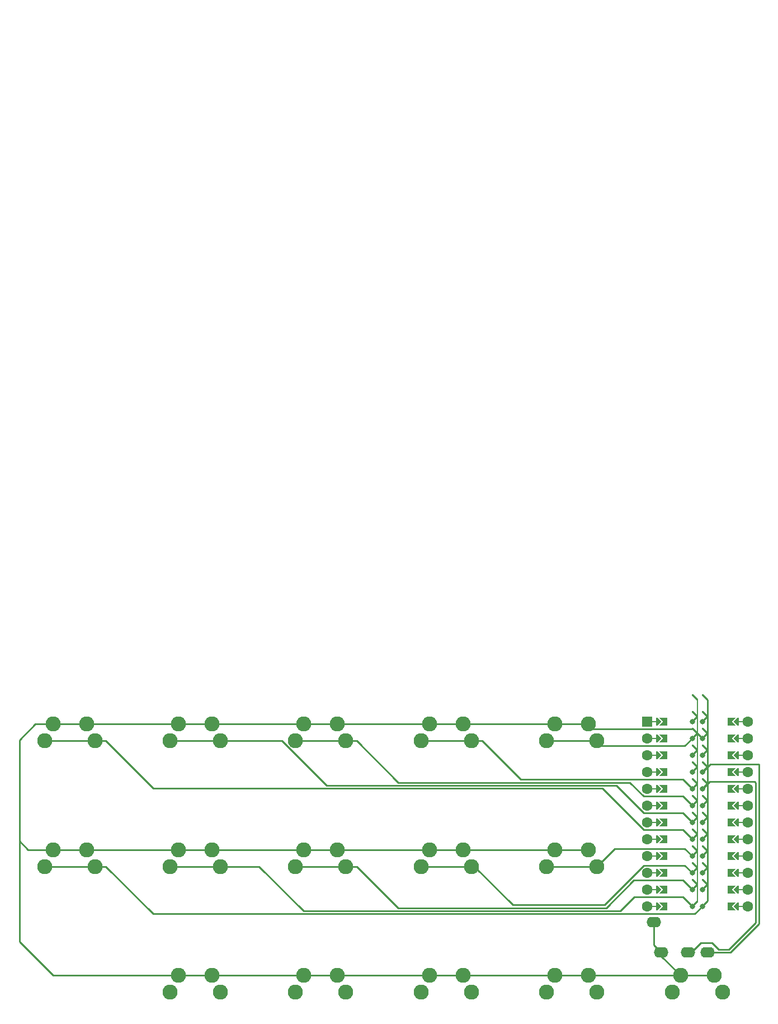
<source format=gbr>
%TF.GenerationSoftware,KiCad,Pcbnew,(6.0.4)*%
%TF.CreationDate,2022-10-08T16:53:47+11:00*%
%TF.ProjectId,bevel,62657665-6c2e-46b6-9963-61645f706362,v1.0.0*%
%TF.SameCoordinates,Original*%
%TF.FileFunction,Copper,L1,Top*%
%TF.FilePolarity,Positive*%
%FSLAX46Y46*%
G04 Gerber Fmt 4.6, Leading zero omitted, Abs format (unit mm)*
G04 Created by KiCad (PCBNEW (6.0.4)) date 2022-10-08 16:53:47*
%MOMM*%
%LPD*%
G01*
G04 APERTURE LIST*
G04 Aperture macros list*
%AMFreePoly0*
4,1,5,0.125000,-0.500000,-0.125000,-0.500000,-0.125000,0.500000,0.125000,0.500000,0.125000,-0.500000,0.125000,-0.500000,$1*%
%AMFreePoly1*
4,1,6,0.600000,0.200000,0.000000,-0.400000,-0.600000,0.200000,-0.600000,0.400000,0.600000,0.400000,0.600000,0.200000,0.600000,0.200000,$1*%
%AMFreePoly2*
4,1,49,0.088388,4.152388,0.854389,3.386388,0.867708,3.368551,0.871189,3.365530,0.871982,3.362827,0.875852,3.357644,0.882333,3.327543,0.891000,3.298000,0.891000,0.766000,0.887805,0.743969,0.888131,0.739371,0.886780,0.736898,0.885852,0.730498,0.869154,0.704638,0.854389,0.677612,0.088388,-0.088388,0.064607,-0.106146,0.062500,-0.108253,0.061385,-0.108552,0.059644,-0.109852,
0.043810,-0.113261,0.000000,-0.125000,-0.004774,-0.123721,-0.009154,-0.124664,-0.028953,-0.117242,-0.062500,-0.108253,-0.068237,-0.102516,-0.075052,-0.099961,-0.087614,-0.083139,-0.108253,-0.062500,-0.111178,-0.051584,-0.117161,-0.043572,-0.118539,-0.024114,-0.125000,0.000000,-0.121239,0.014035,-0.122131,0.026629,-0.113759,0.041953,-0.108253,0.062500,-0.095642,0.075111,-0.088388,0.088388,
0.641000,0.817777,0.641000,3.246223,-0.088388,3.975612,-0.109852,4.004356,-0.124664,4.073154,-0.099961,4.139052,-0.043572,4.181161,0.026629,4.186131,0.088388,4.152388,0.088388,4.152388,$1*%
%AMFreePoly3*
4,1,6,0.600000,-0.250000,-0.600000,-0.250000,-0.600000,1.000000,0.000000,0.400000,0.600000,1.000000,0.600000,-0.250000,0.600000,-0.250000,$1*%
%AMFreePoly4*
4,1,49,0.088388,4.152388,0.850389,3.390388,0.863708,3.372551,0.867189,3.369530,0.867982,3.366827,0.871852,3.361644,0.878333,3.331543,0.887000,3.302000,0.887000,0.762000,0.883805,0.739969,0.884131,0.735371,0.882780,0.732898,0.881852,0.726498,0.865154,0.700638,0.850389,0.673612,0.088388,-0.088388,0.064607,-0.106146,0.062500,-0.108253,0.061385,-0.108552,0.059644,-0.109852,
0.043810,-0.113261,0.000000,-0.125000,-0.004774,-0.123721,-0.009154,-0.124664,-0.028953,-0.117242,-0.062500,-0.108253,-0.068237,-0.102516,-0.075052,-0.099961,-0.087614,-0.083139,-0.108253,-0.062500,-0.111178,-0.051584,-0.117161,-0.043572,-0.118539,-0.024114,-0.125000,0.000000,-0.121239,0.014035,-0.122131,0.026629,-0.113759,0.041953,-0.108253,0.062500,-0.095642,0.075111,-0.088388,0.088388,
0.637000,0.813777,0.637000,3.250223,-0.088388,3.975612,-0.109852,4.004356,-0.124664,4.073154,-0.099961,4.139052,-0.043572,4.181161,0.026629,4.186131,0.088388,4.152388,0.088388,4.152388,$1*%
G04 Aperture macros list end*
%TA.AperFunction,ComponentPad*%
%ADD10C,1.600000*%
%TD*%
%TA.AperFunction,SMDPad,CuDef*%
%ADD11FreePoly0,90.000000*%
%TD*%
%TA.AperFunction,SMDPad,CuDef*%
%ADD12FreePoly0,270.000000*%
%TD*%
%TA.AperFunction,SMDPad,CuDef*%
%ADD13FreePoly1,270.000000*%
%TD*%
%TA.AperFunction,SMDPad,CuDef*%
%ADD14FreePoly1,90.000000*%
%TD*%
%TA.AperFunction,ComponentPad*%
%ADD15R,1.600000X1.600000*%
%TD*%
%TA.AperFunction,SMDPad,CuDef*%
%ADD16FreePoly2,270.000000*%
%TD*%
%TA.AperFunction,SMDPad,CuDef*%
%ADD17FreePoly3,270.000000*%
%TD*%
%TA.AperFunction,ComponentPad*%
%ADD18C,0.800000*%
%TD*%
%TA.AperFunction,SMDPad,CuDef*%
%ADD19FreePoly3,90.000000*%
%TD*%
%TA.AperFunction,SMDPad,CuDef*%
%ADD20FreePoly4,90.000000*%
%TD*%
%TA.AperFunction,ComponentPad*%
%ADD21C,2.286000*%
%TD*%
%TA.AperFunction,ComponentPad*%
%ADD22O,2.200000X1.600000*%
%TD*%
%TA.AperFunction,Conductor*%
%ADD23C,0.250000*%
%TD*%
G04 APERTURE END LIST*
D10*
%TO.P,MCU1,*%
%TO.N,*%
X108880000Y-26240000D03*
X108880000Y-38940000D03*
X108880000Y-16080000D03*
D11*
X110150000Y-33860000D03*
D10*
X124120000Y-16080000D03*
D12*
X122850000Y-16080000D03*
X122850000Y-23700000D03*
D11*
X110150000Y-28780000D03*
D13*
X122342000Y-28780000D03*
D10*
X108880000Y-41480000D03*
X108880000Y-18620000D03*
D13*
X122342000Y-36400000D03*
D12*
X122850000Y-21160000D03*
D10*
X124120000Y-33860000D03*
D14*
X110658000Y-18620000D03*
D10*
X108880000Y-21160000D03*
D11*
X110150000Y-26240000D03*
X110150000Y-16080000D03*
D14*
X110658000Y-38940000D03*
D10*
X108880000Y-44020000D03*
D13*
X122342000Y-41480000D03*
X122342000Y-44020000D03*
X122342000Y-38940000D03*
D10*
X108880000Y-31320000D03*
X124120000Y-31320000D03*
D12*
X122850000Y-31320000D03*
D14*
X110658000Y-21160000D03*
X110658000Y-23700000D03*
D11*
X110150000Y-18620000D03*
D10*
X108880000Y-23700000D03*
D11*
X110150000Y-21160000D03*
X110150000Y-41480000D03*
D14*
X110658000Y-36400000D03*
X110658000Y-44020000D03*
D12*
X122850000Y-44020000D03*
D14*
X110658000Y-28780000D03*
X110658000Y-41480000D03*
D12*
X122850000Y-26240000D03*
D10*
X124120000Y-44020000D03*
D11*
X110150000Y-36400000D03*
X110150000Y-38940000D03*
D14*
X110658000Y-31320000D03*
D10*
X124120000Y-38940000D03*
X124120000Y-28780000D03*
D13*
X122342000Y-31320000D03*
X122342000Y-23700000D03*
D11*
X110150000Y-23700000D03*
D12*
X122850000Y-18620000D03*
D10*
X124120000Y-18620000D03*
D12*
X122850000Y-36400000D03*
D13*
X122342000Y-33860000D03*
D10*
X108880000Y-33860000D03*
D12*
X122850000Y-33860000D03*
D13*
X122342000Y-16080000D03*
D10*
X124120000Y-36400000D03*
D14*
X110658000Y-26240000D03*
D15*
X108880000Y-16080000D03*
D13*
X122342000Y-26240000D03*
D14*
X110658000Y-16080000D03*
D12*
X122850000Y-28780000D03*
D10*
X108880000Y-28780000D03*
D14*
X110658000Y-33860000D03*
D11*
X110150000Y-31320000D03*
D10*
X124120000Y-23700000D03*
X124120000Y-21160000D03*
D13*
X122342000Y-18620000D03*
D10*
X108880000Y-36400000D03*
X124120000Y-41480000D03*
X124120000Y-26240000D03*
D13*
X122342000Y-21160000D03*
D11*
X110150000Y-44020000D03*
D12*
X122850000Y-38940000D03*
X122850000Y-41480000D03*
D16*
%TO.P,MCU1,1*%
%TO.N,RAW*%
X117262000Y-16080000D03*
D17*
X121326000Y-16080000D03*
D18*
X117262000Y-16080000D03*
D17*
%TO.P,MCU1,2*%
%TO.N,GND*%
X121326000Y-18620000D03*
D18*
X117262000Y-18620000D03*
D16*
X117262000Y-18620000D03*
D17*
%TO.P,MCU1,3*%
%TO.N,RST*%
X121326000Y-21160000D03*
D16*
X117262000Y-21160000D03*
D18*
X117262000Y-21160000D03*
%TO.P,MCU1,4*%
%TO.N,VCC*%
X117262000Y-23700000D03*
D16*
X117262000Y-23700000D03*
D17*
X121326000Y-23700000D03*
%TO.P,MCU1,5*%
%TO.N,P21*%
X121326000Y-26240000D03*
D16*
X117262000Y-26240000D03*
D18*
X117262000Y-26240000D03*
D17*
%TO.P,MCU1,6*%
%TO.N,P20*%
X121326000Y-28780000D03*
D16*
X117262000Y-28780000D03*
D18*
X117262000Y-28780000D03*
D16*
%TO.P,MCU1,7*%
%TO.N,matrix_inner_bottom*%
X117262000Y-31320000D03*
D18*
X117262000Y-31320000D03*
D17*
X121326000Y-31320000D03*
%TO.P,MCU1,8*%
%TO.N,matrix_pinky_bottom*%
X121326000Y-33860000D03*
D16*
X117262000Y-33860000D03*
D18*
X117262000Y-33860000D03*
D17*
%TO.P,MCU1,9*%
%TO.N,matrix_ring_bottom*%
X121326000Y-36400000D03*
D18*
X117262000Y-36400000D03*
D16*
X117262000Y-36400000D03*
%TO.P,MCU1,10*%
%TO.N,matrix_middle_bottom*%
X117262000Y-38940000D03*
D18*
X117262000Y-38940000D03*
D17*
X121326000Y-38940000D03*
D16*
%TO.P,MCU1,11*%
%TO.N,matrix_pointer_bottom*%
X117262000Y-41480000D03*
D17*
X121326000Y-41480000D03*
D18*
X117262000Y-41480000D03*
D16*
%TO.P,MCU1,12*%
%TO.N,matrix_pinky_home*%
X117262000Y-44020000D03*
D18*
X117262000Y-44020000D03*
D17*
X121326000Y-44020000D03*
D19*
%TO.P,MCU1,13*%
%TO.N,matrix_ring_home*%
X111674000Y-44020000D03*
D20*
X115738000Y-44020000D03*
D18*
X115738000Y-44020000D03*
D19*
%TO.P,MCU1,14*%
%TO.N,matrix_middle_home*%
X111674000Y-41480000D03*
D20*
X115738000Y-41480000D03*
D18*
X115738000Y-41480000D03*
D19*
%TO.P,MCU1,15*%
%TO.N,matrix_pointer_home*%
X111674000Y-38940000D03*
D18*
X115738000Y-38940000D03*
D20*
X115738000Y-38940000D03*
D19*
%TO.P,MCU1,16*%
%TO.N,matrix_inner_home*%
X111674000Y-36400000D03*
D18*
X115738000Y-36400000D03*
D20*
X115738000Y-36400000D03*
%TO.P,MCU1,17*%
%TO.N,matrix_pinky_top*%
X115738000Y-33860000D03*
D19*
X111674000Y-33860000D03*
D18*
X115738000Y-33860000D03*
D20*
%TO.P,MCU1,18*%
%TO.N,matrix_ring_top*%
X115738000Y-31320000D03*
D18*
X115738000Y-31320000D03*
D19*
X111674000Y-31320000D03*
D18*
%TO.P,MCU1,19*%
%TO.N,matrix_middle_top*%
X115738000Y-28780000D03*
D19*
X111674000Y-28780000D03*
D20*
X115738000Y-28780000D03*
D18*
%TO.P,MCU1,20*%
%TO.N,matrix_pointer_top*%
X115738000Y-26240000D03*
D20*
X115738000Y-26240000D03*
D19*
X111674000Y-26240000D03*
%TO.P,MCU1,21*%
%TO.N,GND*%
X111674000Y-23700000D03*
D18*
X115738000Y-23700000D03*
D20*
X115738000Y-23700000D03*
D19*
%TO.P,MCU1,22*%
X111674000Y-21160000D03*
D18*
X115738000Y-21160000D03*
D20*
X115738000Y-21160000D03*
%TO.P,MCU1,23*%
%TO.N,matrix_inner_top*%
X115738000Y-18620000D03*
D19*
X111674000Y-18620000D03*
D18*
X115738000Y-18620000D03*
%TO.P,MCU1,24*%
%TO.N,P1*%
X115738000Y-16080000D03*
D19*
X111674000Y-16080000D03*
D20*
X115738000Y-16080000D03*
%TD*%
D21*
%TO.P,S14,1*%
%TO.N,GND*%
X100040000Y-35420000D03*
X94960000Y-35420000D03*
%TO.P,S14,2*%
%TO.N,matrix_inner_home*%
X93690000Y-37960000D03*
X101310000Y-37960000D03*
%TD*%
%TO.P,S9,1*%
%TO.N,GND*%
X56960000Y-16420000D03*
X62040000Y-16420000D03*
%TO.P,S9,2*%
%TO.N,matrix_middle_top*%
X63310000Y-18960000D03*
X55690000Y-18960000D03*
%TD*%
%TO.P,S11,1*%
%TO.N,GND*%
X81040000Y-35420000D03*
X75960000Y-35420000D03*
%TO.P,S11,2*%
%TO.N,matrix_pointer_home*%
X82310000Y-37960000D03*
X74690000Y-37960000D03*
%TD*%
%TO.P,S5,1*%
%TO.N,GND*%
X37960000Y-35420000D03*
X43040000Y-35420000D03*
%TO.P,S5,2*%
%TO.N,matrix_ring_home*%
X44310000Y-37960000D03*
X36690000Y-37960000D03*
%TD*%
%TO.P,S2,1*%
%TO.N,GND*%
X24040000Y-35420000D03*
X18960000Y-35420000D03*
%TO.P,S2,2*%
%TO.N,matrix_pinky_home*%
X17690000Y-37960000D03*
X25310000Y-37960000D03*
%TD*%
%TO.P,S7,1*%
%TO.N,GND*%
X81040000Y-54420000D03*
X75960000Y-54420000D03*
%TO.P,S7,2*%
%TO.N,matrix_middle_bottom*%
X74690000Y-56960000D03*
X82310000Y-56960000D03*
%TD*%
%TO.P,S13,1*%
%TO.N,GND*%
X113960000Y-54420000D03*
X119040000Y-54420000D03*
%TO.P,S13,2*%
%TO.N,matrix_inner_bottom*%
X112690000Y-56960000D03*
X120310000Y-56960000D03*
%TD*%
D22*
%TO.P,REF\u002A\u002A,1*%
%TO.N,GND*%
X109950000Y-46350000D03*
%TO.P,REF\u002A\u002A,2*%
X111050000Y-50950000D03*
%TO.P,REF\u002A\u002A,3*%
%TO.N,P21*%
X115050000Y-50950000D03*
%TO.P,REF\u002A\u002A,4*%
%TO.N,VCC*%
X118050000Y-50950000D03*
%TD*%
D21*
%TO.P,S8,1*%
%TO.N,GND*%
X62040000Y-35420000D03*
X56960000Y-35420000D03*
%TO.P,S8,2*%
%TO.N,matrix_middle_home*%
X63310000Y-37960000D03*
X55690000Y-37960000D03*
%TD*%
%TO.P,S10,1*%
%TO.N,GND*%
X100040000Y-54420000D03*
X94960000Y-54420000D03*
%TO.P,S10,2*%
%TO.N,matrix_pointer_bottom*%
X93690000Y-56960000D03*
X101310000Y-56960000D03*
%TD*%
%TO.P,S15,1*%
%TO.N,GND*%
X94960000Y-16420000D03*
X100040000Y-16420000D03*
%TO.P,S15,2*%
%TO.N,matrix_inner_top*%
X101310000Y-18960000D03*
X93690000Y-18960000D03*
%TD*%
%TO.P,S4,1*%
%TO.N,GND*%
X56960000Y-54420000D03*
X62040000Y-54420000D03*
%TO.P,S4,2*%
%TO.N,matrix_ring_bottom*%
X55690000Y-56960000D03*
X63310000Y-56960000D03*
%TD*%
%TO.P,S12,1*%
%TO.N,GND*%
X81040000Y-16420000D03*
X75960000Y-16420000D03*
%TO.P,S12,2*%
%TO.N,matrix_pointer_top*%
X74690000Y-18960000D03*
X82310000Y-18960000D03*
%TD*%
%TO.P,S3,1*%
%TO.N,GND*%
X18960000Y-16420000D03*
X24040000Y-16420000D03*
%TO.P,S3,2*%
%TO.N,matrix_pinky_top*%
X17690000Y-18960000D03*
X25310000Y-18960000D03*
%TD*%
%TO.P,S1,1*%
%TO.N,GND*%
X37960000Y-54420000D03*
X43040000Y-54420000D03*
%TO.P,S1,2*%
%TO.N,matrix_pinky_bottom*%
X44310000Y-56960000D03*
X36690000Y-56960000D03*
%TD*%
%TO.P,S6,1*%
%TO.N,GND*%
X43040000Y-16420000D03*
X37960000Y-16420000D03*
%TO.P,S6,2*%
%TO.N,matrix_ring_top*%
X44310000Y-18960000D03*
X36690000Y-18960000D03*
%TD*%
D23*
%TO.N,GND*%
X18960000Y-35420000D02*
X15200000Y-35420000D01*
X94960000Y-54420000D02*
X81040000Y-54420000D01*
X56960000Y-35420000D02*
X43040000Y-35420000D01*
X18960000Y-54420000D02*
X13880000Y-49340000D01*
X18960000Y-16420000D02*
X24040000Y-16420000D01*
X75960000Y-54420000D02*
X62040000Y-54420000D01*
X119040000Y-54420000D02*
X113960000Y-54420000D01*
X37960000Y-35420000D02*
X24040000Y-35420000D01*
X113960000Y-54420000D02*
X100040000Y-54420000D01*
X81040000Y-16420000D02*
X94960000Y-16420000D01*
X56960000Y-54420000D02*
X43040000Y-54420000D01*
X13880000Y-49340000D02*
X13880000Y-29020000D01*
X94960000Y-35420000D02*
X81040000Y-35420000D01*
X115846511Y-17204511D02*
X117262000Y-18620000D01*
X15200000Y-35420000D02*
X13880000Y-34100000D01*
X100040000Y-35420000D02*
X94960000Y-35420000D01*
X81040000Y-35420000D02*
X75960000Y-35420000D01*
X109950000Y-49850000D02*
X111050000Y-50950000D01*
X13880000Y-29020000D02*
X13880000Y-18860000D01*
X37960000Y-16420000D02*
X43040000Y-16420000D01*
X113960000Y-54420000D02*
X111050000Y-51510000D01*
X81040000Y-54420000D02*
X75960000Y-54420000D01*
X94960000Y-16420000D02*
X100040000Y-16420000D01*
X43040000Y-35420000D02*
X37960000Y-35420000D01*
X75960000Y-16420000D02*
X81040000Y-16420000D01*
X62040000Y-54420000D02*
X56960000Y-54420000D01*
X100824511Y-17204511D02*
X115846511Y-17204511D01*
X109950000Y-46350000D02*
X109950000Y-49850000D01*
X62040000Y-35420000D02*
X56960000Y-35420000D01*
X24040000Y-16420000D02*
X37960000Y-16420000D01*
X100040000Y-54420000D02*
X94960000Y-54420000D01*
X37960000Y-54420000D02*
X18960000Y-54420000D01*
X57060000Y-16320000D02*
X57160000Y-16420000D01*
X100040000Y-16420000D02*
X100824511Y-17204511D01*
X24040000Y-35420000D02*
X18960000Y-35420000D01*
X57160000Y-16420000D02*
X62040000Y-16420000D01*
X75960000Y-35420000D02*
X62040000Y-35420000D01*
X13880000Y-18860000D02*
X16320000Y-16420000D01*
X62040000Y-16420000D02*
X75960000Y-16420000D01*
X43040000Y-54420000D02*
X37960000Y-54420000D01*
X56960000Y-16420000D02*
X57060000Y-16320000D01*
X111050000Y-51510000D02*
X111050000Y-50950000D01*
X13880000Y-34100000D02*
X13880000Y-29020000D01*
X43040000Y-16420000D02*
X56960000Y-16420000D01*
X16320000Y-16420000D02*
X18960000Y-16420000D01*
%TO.N,matrix_pinky_home*%
X34110957Y-45144511D02*
X26926446Y-37960000D01*
X26926446Y-37960000D02*
X25310000Y-37960000D01*
X117262000Y-44020000D02*
X116137489Y-45144511D01*
X116137489Y-45144511D02*
X34110957Y-45144511D01*
X17690000Y-37960000D02*
X25310000Y-37960000D01*
%TO.N,matrix_pinky_top*%
X34139517Y-26173071D02*
X102142771Y-26173071D01*
X17690000Y-18960000D02*
X25310000Y-18960000D01*
X26926446Y-18960000D02*
X34139517Y-26173071D01*
X114322511Y-32444511D02*
X115738000Y-33860000D01*
X108414211Y-32444511D02*
X114322511Y-32444511D01*
X25310000Y-18960000D02*
X26926446Y-18960000D01*
X102142771Y-26173071D02*
X108414211Y-32444511D01*
%TO.N,matrix_ring_home*%
X106975489Y-42604511D02*
X114322511Y-42604511D01*
X44310000Y-37960000D02*
X50146992Y-37960000D01*
X114322511Y-42604511D02*
X115738000Y-44020000D01*
X36690000Y-37960000D02*
X44310000Y-37960000D01*
X50146992Y-37960000D02*
X56881983Y-44694991D01*
X104885009Y-44694991D02*
X106975489Y-42604511D01*
X56881983Y-44694991D02*
X104885009Y-44694991D01*
%TO.N,matrix_ring_top*%
X60374097Y-25723551D02*
X104233251Y-25723551D01*
X44310000Y-18960000D02*
X53613008Y-18960000D01*
X36690000Y-18960000D02*
X44310000Y-18960000D01*
X114322511Y-29904511D02*
X115738000Y-31320000D01*
X104233251Y-25723551D02*
X108414211Y-29904511D01*
X108414211Y-29904511D02*
X114322511Y-29904511D01*
X57060000Y-22409454D02*
X60374097Y-25723551D01*
X57060000Y-22406992D02*
X57060000Y-22409454D01*
X53613008Y-18960000D02*
X57060000Y-22406992D01*
%TO.N,matrix_middle_home*%
X106870978Y-40064511D02*
X114322511Y-40064511D01*
X63310000Y-37960000D02*
X64926446Y-37960000D01*
X71211917Y-44245471D02*
X102690018Y-44245471D01*
X114322511Y-40064511D02*
X115738000Y-41480000D01*
X64926446Y-37960000D02*
X71211917Y-44245471D01*
X55690000Y-37960000D02*
X63310000Y-37960000D01*
X102690018Y-44245471D02*
X106870978Y-40064511D01*
%TO.N,matrix_middle_top*%
X71240477Y-25274031D02*
X106323731Y-25274031D01*
X64926446Y-18960000D02*
X71240477Y-25274031D01*
X106323731Y-25274031D02*
X108414211Y-27364511D01*
X108414211Y-27364511D02*
X114322511Y-27364511D01*
X114322511Y-27364511D02*
X115738000Y-28780000D01*
X55690000Y-18960000D02*
X63310000Y-18960000D01*
X63310000Y-18960000D02*
X64926446Y-18960000D01*
%TO.N,matrix_pointer_home*%
X82773008Y-37960000D02*
X88608959Y-43795951D01*
X74690000Y-37960000D02*
X82310000Y-37960000D01*
X108414211Y-37815489D02*
X114613489Y-37815489D01*
X102503820Y-43795951D02*
X107755489Y-38544282D01*
X107755489Y-38544282D02*
X107755489Y-38474211D01*
X82310000Y-37960000D02*
X82773008Y-37960000D01*
X107755489Y-38474211D02*
X108414211Y-37815489D01*
X88608959Y-43795951D02*
X102503820Y-43795951D01*
X114613489Y-37815489D02*
X115738000Y-38940000D01*
%TO.N,matrix_pointer_top*%
X83926446Y-18960000D02*
X89790957Y-24824511D01*
X114322511Y-24824511D02*
X115738000Y-26240000D01*
X89790957Y-24824511D02*
X114322511Y-24824511D01*
X82310000Y-18960000D02*
X83926446Y-18960000D01*
X74690000Y-18960000D02*
X82310000Y-18960000D01*
%TO.N,matrix_inner_home*%
X114613489Y-35275489D02*
X115738000Y-36400000D01*
X103994511Y-35275489D02*
X114613489Y-35275489D01*
X101310000Y-37960000D02*
X103994511Y-35275489D01*
X93690000Y-37960000D02*
X101310000Y-37960000D01*
%TO.N,matrix_inner_top*%
X93690000Y-18960000D02*
X101310000Y-18960000D01*
X114613489Y-19744511D02*
X115738000Y-18620000D01*
X102094511Y-19744511D02*
X114613489Y-19744511D01*
X101310000Y-18960000D02*
X102094511Y-19744511D01*
%TO.N,VCC*%
X118050000Y-50950000D02*
X121490000Y-50950000D01*
X121490000Y-50950000D02*
X125800480Y-46639520D01*
X125800480Y-22475165D02*
X118486835Y-22475165D01*
X125800480Y-46639520D02*
X125800480Y-22475165D01*
X118486835Y-22475165D02*
X117262000Y-23700000D01*
%TO.N,P21*%
X119711026Y-50500000D02*
X121303604Y-50500000D01*
X115050000Y-50950000D02*
X115604505Y-50950000D01*
X125350960Y-46452644D02*
X125350960Y-25301330D01*
X115604505Y-50950000D02*
X117054505Y-49500000D01*
X118386511Y-25115489D02*
X117262000Y-26240000D01*
X125165119Y-25115489D02*
X118386511Y-25115489D01*
X121303604Y-50500000D02*
X125350960Y-46452644D01*
X125350960Y-25301330D02*
X125165119Y-25115489D01*
X118711026Y-49500000D02*
X119711026Y-50500000D01*
X117054505Y-49500000D02*
X118711026Y-49500000D01*
%TD*%
M02*

</source>
